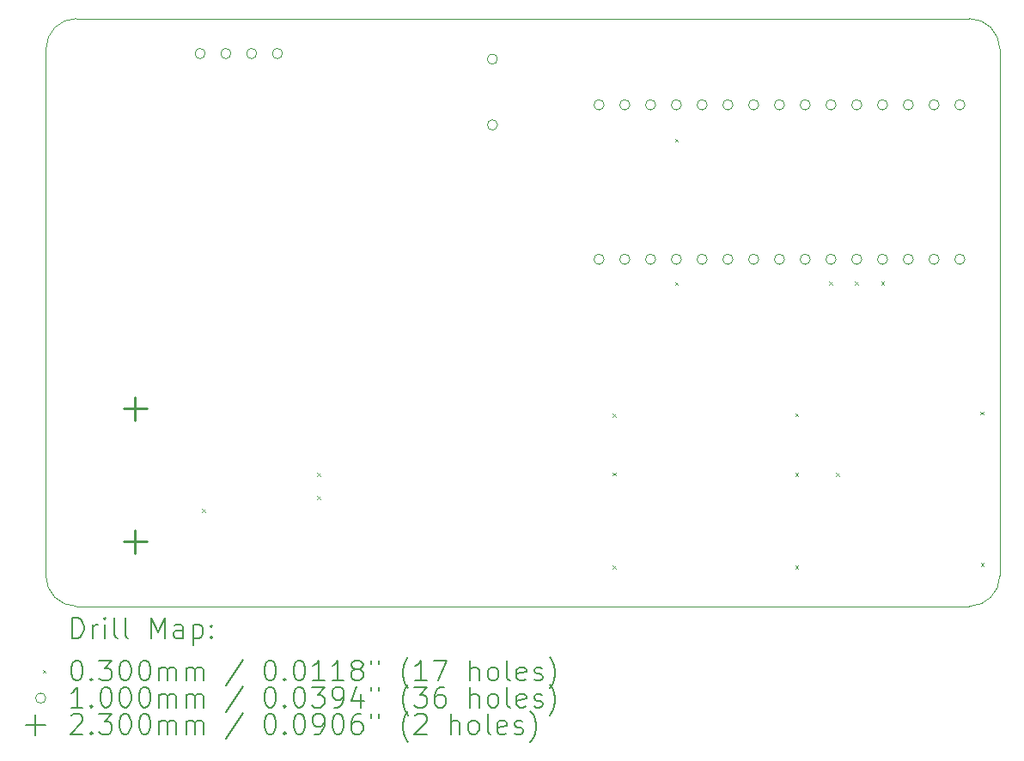
<source format=gbr>
%TF.GenerationSoftware,KiCad,Pcbnew,9.0.3*%
%TF.CreationDate,2025-11-18T14:16:47+09:00*%
%TF.ProjectId,SpeedJeck,53706565-644a-4656-936b-2e6b69636164,1*%
%TF.SameCoordinates,Original*%
%TF.FileFunction,Drillmap*%
%TF.FilePolarity,Positive*%
%FSLAX45Y45*%
G04 Gerber Fmt 4.5, Leading zero omitted, Abs format (unit mm)*
G04 Created by KiCad (PCBNEW 9.0.3) date 2025-11-18 14:16:47*
%MOMM*%
%LPD*%
G01*
G04 APERTURE LIST*
%ADD10C,0.050000*%
%ADD11C,0.200000*%
%ADD12C,0.100000*%
%ADD13C,0.230000*%
G04 APERTURE END LIST*
D10*
X19900000Y-9500000D02*
G75*
G02*
X19600000Y-9800000I-300000J0D01*
G01*
X10500000Y-4300000D02*
X10500000Y-9500000D01*
X10800000Y-9800000D02*
G75*
G02*
X10500000Y-9500000I0J300000D01*
G01*
X19600000Y-4000000D02*
G75*
G02*
X19900000Y-4300000I0J-300000D01*
G01*
X19900000Y-4300000D02*
X19900000Y-9500000D01*
X10500000Y-4300000D02*
G75*
G02*
X10800000Y-4000000I300000J0D01*
G01*
X19600000Y-9800000D02*
X10800000Y-9800000D01*
X10800000Y-4000000D02*
X19600000Y-4000000D01*
D11*
D12*
X12040000Y-8840000D02*
X12070000Y-8870000D01*
X12070000Y-8840000D02*
X12040000Y-8870000D01*
X13175000Y-8485000D02*
X13205000Y-8515000D01*
X13205000Y-8485000D02*
X13175000Y-8515000D01*
X13175000Y-8715000D02*
X13205000Y-8745000D01*
X13205000Y-8715000D02*
X13175000Y-8745000D01*
X16085000Y-7900000D02*
X16115000Y-7930000D01*
X16115000Y-7900000D02*
X16085000Y-7930000D01*
X16085000Y-8480000D02*
X16115000Y-8510000D01*
X16115000Y-8480000D02*
X16085000Y-8510000D01*
X16085000Y-9400000D02*
X16115000Y-9430000D01*
X16115000Y-9400000D02*
X16085000Y-9430000D01*
X16698200Y-5185000D02*
X16728200Y-5215000D01*
X16728200Y-5185000D02*
X16698200Y-5215000D01*
X16698200Y-6600000D02*
X16728200Y-6630000D01*
X16728200Y-6600000D02*
X16698200Y-6630000D01*
X17885000Y-7895000D02*
X17915000Y-7925000D01*
X17915000Y-7895000D02*
X17885000Y-7925000D01*
X17885000Y-8485000D02*
X17915000Y-8515000D01*
X17915000Y-8485000D02*
X17885000Y-8515000D01*
X17885000Y-9400000D02*
X17915000Y-9430000D01*
X17915000Y-9400000D02*
X17885000Y-9430000D01*
X18220000Y-6595000D02*
X18250000Y-6625000D01*
X18250000Y-6595000D02*
X18220000Y-6625000D01*
X18285000Y-8485000D02*
X18315000Y-8515000D01*
X18315000Y-8485000D02*
X18285000Y-8515000D01*
X18475000Y-6595000D02*
X18505000Y-6625000D01*
X18505000Y-6595000D02*
X18475000Y-6625000D01*
X18730000Y-6595000D02*
X18760000Y-6625000D01*
X18760000Y-6595000D02*
X18730000Y-6625000D01*
X19710000Y-7880000D02*
X19740000Y-7910000D01*
X19740000Y-7880000D02*
X19710000Y-7910000D01*
X19715000Y-9375000D02*
X19745000Y-9405000D01*
X19745000Y-9375000D02*
X19715000Y-9405000D01*
X12069000Y-4345000D02*
G75*
G02*
X11969000Y-4345000I-50000J0D01*
G01*
X11969000Y-4345000D02*
G75*
G02*
X12069000Y-4345000I50000J0D01*
G01*
X12323000Y-4345000D02*
G75*
G02*
X12223000Y-4345000I-50000J0D01*
G01*
X12223000Y-4345000D02*
G75*
G02*
X12323000Y-4345000I50000J0D01*
G01*
X12577000Y-4345000D02*
G75*
G02*
X12477000Y-4345000I-50000J0D01*
G01*
X12477000Y-4345000D02*
G75*
G02*
X12577000Y-4345000I50000J0D01*
G01*
X12831000Y-4345000D02*
G75*
G02*
X12731000Y-4345000I-50000J0D01*
G01*
X12731000Y-4345000D02*
G75*
G02*
X12831000Y-4345000I50000J0D01*
G01*
X14950000Y-4400000D02*
G75*
G02*
X14850000Y-4400000I-50000J0D01*
G01*
X14850000Y-4400000D02*
G75*
G02*
X14950000Y-4400000I50000J0D01*
G01*
X14950000Y-5050000D02*
G75*
G02*
X14850000Y-5050000I-50000J0D01*
G01*
X14850000Y-5050000D02*
G75*
G02*
X14950000Y-5050000I50000J0D01*
G01*
X16001200Y-4851400D02*
G75*
G02*
X15901200Y-4851400I-50000J0D01*
G01*
X15901200Y-4851400D02*
G75*
G02*
X16001200Y-4851400I50000J0D01*
G01*
X16001200Y-6375400D02*
G75*
G02*
X15901200Y-6375400I-50000J0D01*
G01*
X15901200Y-6375400D02*
G75*
G02*
X16001200Y-6375400I50000J0D01*
G01*
X16255200Y-4851400D02*
G75*
G02*
X16155200Y-4851400I-50000J0D01*
G01*
X16155200Y-4851400D02*
G75*
G02*
X16255200Y-4851400I50000J0D01*
G01*
X16255200Y-6375400D02*
G75*
G02*
X16155200Y-6375400I-50000J0D01*
G01*
X16155200Y-6375400D02*
G75*
G02*
X16255200Y-6375400I50000J0D01*
G01*
X16509200Y-4851400D02*
G75*
G02*
X16409200Y-4851400I-50000J0D01*
G01*
X16409200Y-4851400D02*
G75*
G02*
X16509200Y-4851400I50000J0D01*
G01*
X16509200Y-6375400D02*
G75*
G02*
X16409200Y-6375400I-50000J0D01*
G01*
X16409200Y-6375400D02*
G75*
G02*
X16509200Y-6375400I50000J0D01*
G01*
X16763200Y-4851400D02*
G75*
G02*
X16663200Y-4851400I-50000J0D01*
G01*
X16663200Y-4851400D02*
G75*
G02*
X16763200Y-4851400I50000J0D01*
G01*
X16763200Y-6375400D02*
G75*
G02*
X16663200Y-6375400I-50000J0D01*
G01*
X16663200Y-6375400D02*
G75*
G02*
X16763200Y-6375400I50000J0D01*
G01*
X17017200Y-4851400D02*
G75*
G02*
X16917200Y-4851400I-50000J0D01*
G01*
X16917200Y-4851400D02*
G75*
G02*
X17017200Y-4851400I50000J0D01*
G01*
X17017200Y-6375400D02*
G75*
G02*
X16917200Y-6375400I-50000J0D01*
G01*
X16917200Y-6375400D02*
G75*
G02*
X17017200Y-6375400I50000J0D01*
G01*
X17271200Y-4851400D02*
G75*
G02*
X17171200Y-4851400I-50000J0D01*
G01*
X17171200Y-4851400D02*
G75*
G02*
X17271200Y-4851400I50000J0D01*
G01*
X17271200Y-6375400D02*
G75*
G02*
X17171200Y-6375400I-50000J0D01*
G01*
X17171200Y-6375400D02*
G75*
G02*
X17271200Y-6375400I50000J0D01*
G01*
X17525200Y-4851400D02*
G75*
G02*
X17425200Y-4851400I-50000J0D01*
G01*
X17425200Y-4851400D02*
G75*
G02*
X17525200Y-4851400I50000J0D01*
G01*
X17525200Y-6375400D02*
G75*
G02*
X17425200Y-6375400I-50000J0D01*
G01*
X17425200Y-6375400D02*
G75*
G02*
X17525200Y-6375400I50000J0D01*
G01*
X17779200Y-4851400D02*
G75*
G02*
X17679200Y-4851400I-50000J0D01*
G01*
X17679200Y-4851400D02*
G75*
G02*
X17779200Y-4851400I50000J0D01*
G01*
X17779200Y-6375400D02*
G75*
G02*
X17679200Y-6375400I-50000J0D01*
G01*
X17679200Y-6375400D02*
G75*
G02*
X17779200Y-6375400I50000J0D01*
G01*
X18033200Y-4851400D02*
G75*
G02*
X17933200Y-4851400I-50000J0D01*
G01*
X17933200Y-4851400D02*
G75*
G02*
X18033200Y-4851400I50000J0D01*
G01*
X18033200Y-6375400D02*
G75*
G02*
X17933200Y-6375400I-50000J0D01*
G01*
X17933200Y-6375400D02*
G75*
G02*
X18033200Y-6375400I50000J0D01*
G01*
X18287200Y-4851400D02*
G75*
G02*
X18187200Y-4851400I-50000J0D01*
G01*
X18187200Y-4851400D02*
G75*
G02*
X18287200Y-4851400I50000J0D01*
G01*
X18287200Y-6375400D02*
G75*
G02*
X18187200Y-6375400I-50000J0D01*
G01*
X18187200Y-6375400D02*
G75*
G02*
X18287200Y-6375400I50000J0D01*
G01*
X18541200Y-4851400D02*
G75*
G02*
X18441200Y-4851400I-50000J0D01*
G01*
X18441200Y-4851400D02*
G75*
G02*
X18541200Y-4851400I50000J0D01*
G01*
X18541200Y-6375400D02*
G75*
G02*
X18441200Y-6375400I-50000J0D01*
G01*
X18441200Y-6375400D02*
G75*
G02*
X18541200Y-6375400I50000J0D01*
G01*
X18795200Y-4851400D02*
G75*
G02*
X18695200Y-4851400I-50000J0D01*
G01*
X18695200Y-4851400D02*
G75*
G02*
X18795200Y-4851400I50000J0D01*
G01*
X18795200Y-6375400D02*
G75*
G02*
X18695200Y-6375400I-50000J0D01*
G01*
X18695200Y-6375400D02*
G75*
G02*
X18795200Y-6375400I50000J0D01*
G01*
X19049200Y-4851400D02*
G75*
G02*
X18949200Y-4851400I-50000J0D01*
G01*
X18949200Y-4851400D02*
G75*
G02*
X19049200Y-4851400I50000J0D01*
G01*
X19049200Y-6375400D02*
G75*
G02*
X18949200Y-6375400I-50000J0D01*
G01*
X18949200Y-6375400D02*
G75*
G02*
X19049200Y-6375400I50000J0D01*
G01*
X19303200Y-4851400D02*
G75*
G02*
X19203200Y-4851400I-50000J0D01*
G01*
X19203200Y-4851400D02*
G75*
G02*
X19303200Y-4851400I50000J0D01*
G01*
X19303200Y-6375400D02*
G75*
G02*
X19203200Y-6375400I-50000J0D01*
G01*
X19203200Y-6375400D02*
G75*
G02*
X19303200Y-6375400I50000J0D01*
G01*
X19557200Y-4851400D02*
G75*
G02*
X19457200Y-4851400I-50000J0D01*
G01*
X19457200Y-4851400D02*
G75*
G02*
X19557200Y-4851400I50000J0D01*
G01*
X19557200Y-6375400D02*
G75*
G02*
X19457200Y-6375400I-50000J0D01*
G01*
X19457200Y-6375400D02*
G75*
G02*
X19557200Y-6375400I50000J0D01*
G01*
D13*
X11379200Y-7733600D02*
X11379200Y-7963600D01*
X11264200Y-7848600D02*
X11494200Y-7848600D01*
X11379200Y-9047600D02*
X11379200Y-9277600D01*
X11264200Y-9162600D02*
X11494200Y-9162600D01*
D11*
X10758277Y-10113984D02*
X10758277Y-9913984D01*
X10758277Y-9913984D02*
X10805896Y-9913984D01*
X10805896Y-9913984D02*
X10834467Y-9923508D01*
X10834467Y-9923508D02*
X10853515Y-9942555D01*
X10853515Y-9942555D02*
X10863039Y-9961603D01*
X10863039Y-9961603D02*
X10872562Y-9999698D01*
X10872562Y-9999698D02*
X10872562Y-10028270D01*
X10872562Y-10028270D02*
X10863039Y-10066365D01*
X10863039Y-10066365D02*
X10853515Y-10085412D01*
X10853515Y-10085412D02*
X10834467Y-10104460D01*
X10834467Y-10104460D02*
X10805896Y-10113984D01*
X10805896Y-10113984D02*
X10758277Y-10113984D01*
X10958277Y-10113984D02*
X10958277Y-9980650D01*
X10958277Y-10018746D02*
X10967801Y-9999698D01*
X10967801Y-9999698D02*
X10977324Y-9990174D01*
X10977324Y-9990174D02*
X10996372Y-9980650D01*
X10996372Y-9980650D02*
X11015420Y-9980650D01*
X11082086Y-10113984D02*
X11082086Y-9980650D01*
X11082086Y-9913984D02*
X11072562Y-9923508D01*
X11072562Y-9923508D02*
X11082086Y-9933031D01*
X11082086Y-9933031D02*
X11091610Y-9923508D01*
X11091610Y-9923508D02*
X11082086Y-9913984D01*
X11082086Y-9913984D02*
X11082086Y-9933031D01*
X11205896Y-10113984D02*
X11186848Y-10104460D01*
X11186848Y-10104460D02*
X11177324Y-10085412D01*
X11177324Y-10085412D02*
X11177324Y-9913984D01*
X11310658Y-10113984D02*
X11291610Y-10104460D01*
X11291610Y-10104460D02*
X11282086Y-10085412D01*
X11282086Y-10085412D02*
X11282086Y-9913984D01*
X11539229Y-10113984D02*
X11539229Y-9913984D01*
X11539229Y-9913984D02*
X11605896Y-10056841D01*
X11605896Y-10056841D02*
X11672562Y-9913984D01*
X11672562Y-9913984D02*
X11672562Y-10113984D01*
X11853515Y-10113984D02*
X11853515Y-10009222D01*
X11853515Y-10009222D02*
X11843991Y-9990174D01*
X11843991Y-9990174D02*
X11824943Y-9980650D01*
X11824943Y-9980650D02*
X11786848Y-9980650D01*
X11786848Y-9980650D02*
X11767800Y-9990174D01*
X11853515Y-10104460D02*
X11834467Y-10113984D01*
X11834467Y-10113984D02*
X11786848Y-10113984D01*
X11786848Y-10113984D02*
X11767800Y-10104460D01*
X11767800Y-10104460D02*
X11758277Y-10085412D01*
X11758277Y-10085412D02*
X11758277Y-10066365D01*
X11758277Y-10066365D02*
X11767800Y-10047317D01*
X11767800Y-10047317D02*
X11786848Y-10037793D01*
X11786848Y-10037793D02*
X11834467Y-10037793D01*
X11834467Y-10037793D02*
X11853515Y-10028270D01*
X11948753Y-9980650D02*
X11948753Y-10180650D01*
X11948753Y-9990174D02*
X11967800Y-9980650D01*
X11967800Y-9980650D02*
X12005896Y-9980650D01*
X12005896Y-9980650D02*
X12024943Y-9990174D01*
X12024943Y-9990174D02*
X12034467Y-9999698D01*
X12034467Y-9999698D02*
X12043991Y-10018746D01*
X12043991Y-10018746D02*
X12043991Y-10075889D01*
X12043991Y-10075889D02*
X12034467Y-10094936D01*
X12034467Y-10094936D02*
X12024943Y-10104460D01*
X12024943Y-10104460D02*
X12005896Y-10113984D01*
X12005896Y-10113984D02*
X11967800Y-10113984D01*
X11967800Y-10113984D02*
X11948753Y-10104460D01*
X12129705Y-10094936D02*
X12139229Y-10104460D01*
X12139229Y-10104460D02*
X12129705Y-10113984D01*
X12129705Y-10113984D02*
X12120181Y-10104460D01*
X12120181Y-10104460D02*
X12129705Y-10094936D01*
X12129705Y-10094936D02*
X12129705Y-10113984D01*
X12129705Y-9990174D02*
X12139229Y-9999698D01*
X12139229Y-9999698D02*
X12129705Y-10009222D01*
X12129705Y-10009222D02*
X12120181Y-9999698D01*
X12120181Y-9999698D02*
X12129705Y-9990174D01*
X12129705Y-9990174D02*
X12129705Y-10009222D01*
D12*
X10467500Y-10427500D02*
X10497500Y-10457500D01*
X10497500Y-10427500D02*
X10467500Y-10457500D01*
D11*
X10796372Y-10333984D02*
X10815420Y-10333984D01*
X10815420Y-10333984D02*
X10834467Y-10343508D01*
X10834467Y-10343508D02*
X10843991Y-10353031D01*
X10843991Y-10353031D02*
X10853515Y-10372079D01*
X10853515Y-10372079D02*
X10863039Y-10410174D01*
X10863039Y-10410174D02*
X10863039Y-10457793D01*
X10863039Y-10457793D02*
X10853515Y-10495889D01*
X10853515Y-10495889D02*
X10843991Y-10514936D01*
X10843991Y-10514936D02*
X10834467Y-10524460D01*
X10834467Y-10524460D02*
X10815420Y-10533984D01*
X10815420Y-10533984D02*
X10796372Y-10533984D01*
X10796372Y-10533984D02*
X10777324Y-10524460D01*
X10777324Y-10524460D02*
X10767801Y-10514936D01*
X10767801Y-10514936D02*
X10758277Y-10495889D01*
X10758277Y-10495889D02*
X10748753Y-10457793D01*
X10748753Y-10457793D02*
X10748753Y-10410174D01*
X10748753Y-10410174D02*
X10758277Y-10372079D01*
X10758277Y-10372079D02*
X10767801Y-10353031D01*
X10767801Y-10353031D02*
X10777324Y-10343508D01*
X10777324Y-10343508D02*
X10796372Y-10333984D01*
X10948753Y-10514936D02*
X10958277Y-10524460D01*
X10958277Y-10524460D02*
X10948753Y-10533984D01*
X10948753Y-10533984D02*
X10939229Y-10524460D01*
X10939229Y-10524460D02*
X10948753Y-10514936D01*
X10948753Y-10514936D02*
X10948753Y-10533984D01*
X11024943Y-10333984D02*
X11148753Y-10333984D01*
X11148753Y-10333984D02*
X11082086Y-10410174D01*
X11082086Y-10410174D02*
X11110658Y-10410174D01*
X11110658Y-10410174D02*
X11129705Y-10419698D01*
X11129705Y-10419698D02*
X11139229Y-10429222D01*
X11139229Y-10429222D02*
X11148753Y-10448270D01*
X11148753Y-10448270D02*
X11148753Y-10495889D01*
X11148753Y-10495889D02*
X11139229Y-10514936D01*
X11139229Y-10514936D02*
X11129705Y-10524460D01*
X11129705Y-10524460D02*
X11110658Y-10533984D01*
X11110658Y-10533984D02*
X11053515Y-10533984D01*
X11053515Y-10533984D02*
X11034467Y-10524460D01*
X11034467Y-10524460D02*
X11024943Y-10514936D01*
X11272562Y-10333984D02*
X11291610Y-10333984D01*
X11291610Y-10333984D02*
X11310658Y-10343508D01*
X11310658Y-10343508D02*
X11320181Y-10353031D01*
X11320181Y-10353031D02*
X11329705Y-10372079D01*
X11329705Y-10372079D02*
X11339229Y-10410174D01*
X11339229Y-10410174D02*
X11339229Y-10457793D01*
X11339229Y-10457793D02*
X11329705Y-10495889D01*
X11329705Y-10495889D02*
X11320181Y-10514936D01*
X11320181Y-10514936D02*
X11310658Y-10524460D01*
X11310658Y-10524460D02*
X11291610Y-10533984D01*
X11291610Y-10533984D02*
X11272562Y-10533984D01*
X11272562Y-10533984D02*
X11253515Y-10524460D01*
X11253515Y-10524460D02*
X11243991Y-10514936D01*
X11243991Y-10514936D02*
X11234467Y-10495889D01*
X11234467Y-10495889D02*
X11224943Y-10457793D01*
X11224943Y-10457793D02*
X11224943Y-10410174D01*
X11224943Y-10410174D02*
X11234467Y-10372079D01*
X11234467Y-10372079D02*
X11243991Y-10353031D01*
X11243991Y-10353031D02*
X11253515Y-10343508D01*
X11253515Y-10343508D02*
X11272562Y-10333984D01*
X11463039Y-10333984D02*
X11482086Y-10333984D01*
X11482086Y-10333984D02*
X11501134Y-10343508D01*
X11501134Y-10343508D02*
X11510658Y-10353031D01*
X11510658Y-10353031D02*
X11520181Y-10372079D01*
X11520181Y-10372079D02*
X11529705Y-10410174D01*
X11529705Y-10410174D02*
X11529705Y-10457793D01*
X11529705Y-10457793D02*
X11520181Y-10495889D01*
X11520181Y-10495889D02*
X11510658Y-10514936D01*
X11510658Y-10514936D02*
X11501134Y-10524460D01*
X11501134Y-10524460D02*
X11482086Y-10533984D01*
X11482086Y-10533984D02*
X11463039Y-10533984D01*
X11463039Y-10533984D02*
X11443991Y-10524460D01*
X11443991Y-10524460D02*
X11434467Y-10514936D01*
X11434467Y-10514936D02*
X11424943Y-10495889D01*
X11424943Y-10495889D02*
X11415420Y-10457793D01*
X11415420Y-10457793D02*
X11415420Y-10410174D01*
X11415420Y-10410174D02*
X11424943Y-10372079D01*
X11424943Y-10372079D02*
X11434467Y-10353031D01*
X11434467Y-10353031D02*
X11443991Y-10343508D01*
X11443991Y-10343508D02*
X11463039Y-10333984D01*
X11615420Y-10533984D02*
X11615420Y-10400650D01*
X11615420Y-10419698D02*
X11624943Y-10410174D01*
X11624943Y-10410174D02*
X11643991Y-10400650D01*
X11643991Y-10400650D02*
X11672562Y-10400650D01*
X11672562Y-10400650D02*
X11691610Y-10410174D01*
X11691610Y-10410174D02*
X11701134Y-10429222D01*
X11701134Y-10429222D02*
X11701134Y-10533984D01*
X11701134Y-10429222D02*
X11710658Y-10410174D01*
X11710658Y-10410174D02*
X11729705Y-10400650D01*
X11729705Y-10400650D02*
X11758277Y-10400650D01*
X11758277Y-10400650D02*
X11777324Y-10410174D01*
X11777324Y-10410174D02*
X11786848Y-10429222D01*
X11786848Y-10429222D02*
X11786848Y-10533984D01*
X11882086Y-10533984D02*
X11882086Y-10400650D01*
X11882086Y-10419698D02*
X11891610Y-10410174D01*
X11891610Y-10410174D02*
X11910658Y-10400650D01*
X11910658Y-10400650D02*
X11939229Y-10400650D01*
X11939229Y-10400650D02*
X11958277Y-10410174D01*
X11958277Y-10410174D02*
X11967801Y-10429222D01*
X11967801Y-10429222D02*
X11967801Y-10533984D01*
X11967801Y-10429222D02*
X11977324Y-10410174D01*
X11977324Y-10410174D02*
X11996372Y-10400650D01*
X11996372Y-10400650D02*
X12024943Y-10400650D01*
X12024943Y-10400650D02*
X12043991Y-10410174D01*
X12043991Y-10410174D02*
X12053515Y-10429222D01*
X12053515Y-10429222D02*
X12053515Y-10533984D01*
X12443991Y-10324460D02*
X12272563Y-10581603D01*
X12701134Y-10333984D02*
X12720182Y-10333984D01*
X12720182Y-10333984D02*
X12739229Y-10343508D01*
X12739229Y-10343508D02*
X12748753Y-10353031D01*
X12748753Y-10353031D02*
X12758277Y-10372079D01*
X12758277Y-10372079D02*
X12767801Y-10410174D01*
X12767801Y-10410174D02*
X12767801Y-10457793D01*
X12767801Y-10457793D02*
X12758277Y-10495889D01*
X12758277Y-10495889D02*
X12748753Y-10514936D01*
X12748753Y-10514936D02*
X12739229Y-10524460D01*
X12739229Y-10524460D02*
X12720182Y-10533984D01*
X12720182Y-10533984D02*
X12701134Y-10533984D01*
X12701134Y-10533984D02*
X12682086Y-10524460D01*
X12682086Y-10524460D02*
X12672563Y-10514936D01*
X12672563Y-10514936D02*
X12663039Y-10495889D01*
X12663039Y-10495889D02*
X12653515Y-10457793D01*
X12653515Y-10457793D02*
X12653515Y-10410174D01*
X12653515Y-10410174D02*
X12663039Y-10372079D01*
X12663039Y-10372079D02*
X12672563Y-10353031D01*
X12672563Y-10353031D02*
X12682086Y-10343508D01*
X12682086Y-10343508D02*
X12701134Y-10333984D01*
X12853515Y-10514936D02*
X12863039Y-10524460D01*
X12863039Y-10524460D02*
X12853515Y-10533984D01*
X12853515Y-10533984D02*
X12843991Y-10524460D01*
X12843991Y-10524460D02*
X12853515Y-10514936D01*
X12853515Y-10514936D02*
X12853515Y-10533984D01*
X12986848Y-10333984D02*
X13005896Y-10333984D01*
X13005896Y-10333984D02*
X13024944Y-10343508D01*
X13024944Y-10343508D02*
X13034467Y-10353031D01*
X13034467Y-10353031D02*
X13043991Y-10372079D01*
X13043991Y-10372079D02*
X13053515Y-10410174D01*
X13053515Y-10410174D02*
X13053515Y-10457793D01*
X13053515Y-10457793D02*
X13043991Y-10495889D01*
X13043991Y-10495889D02*
X13034467Y-10514936D01*
X13034467Y-10514936D02*
X13024944Y-10524460D01*
X13024944Y-10524460D02*
X13005896Y-10533984D01*
X13005896Y-10533984D02*
X12986848Y-10533984D01*
X12986848Y-10533984D02*
X12967801Y-10524460D01*
X12967801Y-10524460D02*
X12958277Y-10514936D01*
X12958277Y-10514936D02*
X12948753Y-10495889D01*
X12948753Y-10495889D02*
X12939229Y-10457793D01*
X12939229Y-10457793D02*
X12939229Y-10410174D01*
X12939229Y-10410174D02*
X12948753Y-10372079D01*
X12948753Y-10372079D02*
X12958277Y-10353031D01*
X12958277Y-10353031D02*
X12967801Y-10343508D01*
X12967801Y-10343508D02*
X12986848Y-10333984D01*
X13243991Y-10533984D02*
X13129705Y-10533984D01*
X13186848Y-10533984D02*
X13186848Y-10333984D01*
X13186848Y-10333984D02*
X13167801Y-10362555D01*
X13167801Y-10362555D02*
X13148753Y-10381603D01*
X13148753Y-10381603D02*
X13129705Y-10391127D01*
X13434467Y-10533984D02*
X13320182Y-10533984D01*
X13377324Y-10533984D02*
X13377324Y-10333984D01*
X13377324Y-10333984D02*
X13358277Y-10362555D01*
X13358277Y-10362555D02*
X13339229Y-10381603D01*
X13339229Y-10381603D02*
X13320182Y-10391127D01*
X13548753Y-10419698D02*
X13529705Y-10410174D01*
X13529705Y-10410174D02*
X13520182Y-10400650D01*
X13520182Y-10400650D02*
X13510658Y-10381603D01*
X13510658Y-10381603D02*
X13510658Y-10372079D01*
X13510658Y-10372079D02*
X13520182Y-10353031D01*
X13520182Y-10353031D02*
X13529705Y-10343508D01*
X13529705Y-10343508D02*
X13548753Y-10333984D01*
X13548753Y-10333984D02*
X13586848Y-10333984D01*
X13586848Y-10333984D02*
X13605896Y-10343508D01*
X13605896Y-10343508D02*
X13615420Y-10353031D01*
X13615420Y-10353031D02*
X13624944Y-10372079D01*
X13624944Y-10372079D02*
X13624944Y-10381603D01*
X13624944Y-10381603D02*
X13615420Y-10400650D01*
X13615420Y-10400650D02*
X13605896Y-10410174D01*
X13605896Y-10410174D02*
X13586848Y-10419698D01*
X13586848Y-10419698D02*
X13548753Y-10419698D01*
X13548753Y-10419698D02*
X13529705Y-10429222D01*
X13529705Y-10429222D02*
X13520182Y-10438746D01*
X13520182Y-10438746D02*
X13510658Y-10457793D01*
X13510658Y-10457793D02*
X13510658Y-10495889D01*
X13510658Y-10495889D02*
X13520182Y-10514936D01*
X13520182Y-10514936D02*
X13529705Y-10524460D01*
X13529705Y-10524460D02*
X13548753Y-10533984D01*
X13548753Y-10533984D02*
X13586848Y-10533984D01*
X13586848Y-10533984D02*
X13605896Y-10524460D01*
X13605896Y-10524460D02*
X13615420Y-10514936D01*
X13615420Y-10514936D02*
X13624944Y-10495889D01*
X13624944Y-10495889D02*
X13624944Y-10457793D01*
X13624944Y-10457793D02*
X13615420Y-10438746D01*
X13615420Y-10438746D02*
X13605896Y-10429222D01*
X13605896Y-10429222D02*
X13586848Y-10419698D01*
X13701134Y-10333984D02*
X13701134Y-10372079D01*
X13777325Y-10333984D02*
X13777325Y-10372079D01*
X14072563Y-10610174D02*
X14063039Y-10600650D01*
X14063039Y-10600650D02*
X14043991Y-10572079D01*
X14043991Y-10572079D02*
X14034467Y-10553031D01*
X14034467Y-10553031D02*
X14024944Y-10524460D01*
X14024944Y-10524460D02*
X14015420Y-10476841D01*
X14015420Y-10476841D02*
X14015420Y-10438746D01*
X14015420Y-10438746D02*
X14024944Y-10391127D01*
X14024944Y-10391127D02*
X14034467Y-10362555D01*
X14034467Y-10362555D02*
X14043991Y-10343508D01*
X14043991Y-10343508D02*
X14063039Y-10314936D01*
X14063039Y-10314936D02*
X14072563Y-10305412D01*
X14253515Y-10533984D02*
X14139229Y-10533984D01*
X14196372Y-10533984D02*
X14196372Y-10333984D01*
X14196372Y-10333984D02*
X14177325Y-10362555D01*
X14177325Y-10362555D02*
X14158277Y-10381603D01*
X14158277Y-10381603D02*
X14139229Y-10391127D01*
X14320182Y-10333984D02*
X14453515Y-10333984D01*
X14453515Y-10333984D02*
X14367801Y-10533984D01*
X14682087Y-10533984D02*
X14682087Y-10333984D01*
X14767801Y-10533984D02*
X14767801Y-10429222D01*
X14767801Y-10429222D02*
X14758277Y-10410174D01*
X14758277Y-10410174D02*
X14739229Y-10400650D01*
X14739229Y-10400650D02*
X14710658Y-10400650D01*
X14710658Y-10400650D02*
X14691610Y-10410174D01*
X14691610Y-10410174D02*
X14682087Y-10419698D01*
X14891610Y-10533984D02*
X14872563Y-10524460D01*
X14872563Y-10524460D02*
X14863039Y-10514936D01*
X14863039Y-10514936D02*
X14853515Y-10495889D01*
X14853515Y-10495889D02*
X14853515Y-10438746D01*
X14853515Y-10438746D02*
X14863039Y-10419698D01*
X14863039Y-10419698D02*
X14872563Y-10410174D01*
X14872563Y-10410174D02*
X14891610Y-10400650D01*
X14891610Y-10400650D02*
X14920182Y-10400650D01*
X14920182Y-10400650D02*
X14939229Y-10410174D01*
X14939229Y-10410174D02*
X14948753Y-10419698D01*
X14948753Y-10419698D02*
X14958277Y-10438746D01*
X14958277Y-10438746D02*
X14958277Y-10495889D01*
X14958277Y-10495889D02*
X14948753Y-10514936D01*
X14948753Y-10514936D02*
X14939229Y-10524460D01*
X14939229Y-10524460D02*
X14920182Y-10533984D01*
X14920182Y-10533984D02*
X14891610Y-10533984D01*
X15072563Y-10533984D02*
X15053515Y-10524460D01*
X15053515Y-10524460D02*
X15043991Y-10505412D01*
X15043991Y-10505412D02*
X15043991Y-10333984D01*
X15224944Y-10524460D02*
X15205896Y-10533984D01*
X15205896Y-10533984D02*
X15167801Y-10533984D01*
X15167801Y-10533984D02*
X15148753Y-10524460D01*
X15148753Y-10524460D02*
X15139229Y-10505412D01*
X15139229Y-10505412D02*
X15139229Y-10429222D01*
X15139229Y-10429222D02*
X15148753Y-10410174D01*
X15148753Y-10410174D02*
X15167801Y-10400650D01*
X15167801Y-10400650D02*
X15205896Y-10400650D01*
X15205896Y-10400650D02*
X15224944Y-10410174D01*
X15224944Y-10410174D02*
X15234468Y-10429222D01*
X15234468Y-10429222D02*
X15234468Y-10448270D01*
X15234468Y-10448270D02*
X15139229Y-10467317D01*
X15310658Y-10524460D02*
X15329706Y-10533984D01*
X15329706Y-10533984D02*
X15367801Y-10533984D01*
X15367801Y-10533984D02*
X15386849Y-10524460D01*
X15386849Y-10524460D02*
X15396372Y-10505412D01*
X15396372Y-10505412D02*
X15396372Y-10495889D01*
X15396372Y-10495889D02*
X15386849Y-10476841D01*
X15386849Y-10476841D02*
X15367801Y-10467317D01*
X15367801Y-10467317D02*
X15339229Y-10467317D01*
X15339229Y-10467317D02*
X15320182Y-10457793D01*
X15320182Y-10457793D02*
X15310658Y-10438746D01*
X15310658Y-10438746D02*
X15310658Y-10429222D01*
X15310658Y-10429222D02*
X15320182Y-10410174D01*
X15320182Y-10410174D02*
X15339229Y-10400650D01*
X15339229Y-10400650D02*
X15367801Y-10400650D01*
X15367801Y-10400650D02*
X15386849Y-10410174D01*
X15463039Y-10610174D02*
X15472563Y-10600650D01*
X15472563Y-10600650D02*
X15491610Y-10572079D01*
X15491610Y-10572079D02*
X15501134Y-10553031D01*
X15501134Y-10553031D02*
X15510658Y-10524460D01*
X15510658Y-10524460D02*
X15520182Y-10476841D01*
X15520182Y-10476841D02*
X15520182Y-10438746D01*
X15520182Y-10438746D02*
X15510658Y-10391127D01*
X15510658Y-10391127D02*
X15501134Y-10362555D01*
X15501134Y-10362555D02*
X15491610Y-10343508D01*
X15491610Y-10343508D02*
X15472563Y-10314936D01*
X15472563Y-10314936D02*
X15463039Y-10305412D01*
D12*
X10497500Y-10706500D02*
G75*
G02*
X10397500Y-10706500I-50000J0D01*
G01*
X10397500Y-10706500D02*
G75*
G02*
X10497500Y-10706500I50000J0D01*
G01*
D11*
X10863039Y-10797984D02*
X10748753Y-10797984D01*
X10805896Y-10797984D02*
X10805896Y-10597984D01*
X10805896Y-10597984D02*
X10786848Y-10626555D01*
X10786848Y-10626555D02*
X10767801Y-10645603D01*
X10767801Y-10645603D02*
X10748753Y-10655127D01*
X10948753Y-10778936D02*
X10958277Y-10788460D01*
X10958277Y-10788460D02*
X10948753Y-10797984D01*
X10948753Y-10797984D02*
X10939229Y-10788460D01*
X10939229Y-10788460D02*
X10948753Y-10778936D01*
X10948753Y-10778936D02*
X10948753Y-10797984D01*
X11082086Y-10597984D02*
X11101134Y-10597984D01*
X11101134Y-10597984D02*
X11120182Y-10607508D01*
X11120182Y-10607508D02*
X11129705Y-10617031D01*
X11129705Y-10617031D02*
X11139229Y-10636079D01*
X11139229Y-10636079D02*
X11148753Y-10674174D01*
X11148753Y-10674174D02*
X11148753Y-10721793D01*
X11148753Y-10721793D02*
X11139229Y-10759889D01*
X11139229Y-10759889D02*
X11129705Y-10778936D01*
X11129705Y-10778936D02*
X11120182Y-10788460D01*
X11120182Y-10788460D02*
X11101134Y-10797984D01*
X11101134Y-10797984D02*
X11082086Y-10797984D01*
X11082086Y-10797984D02*
X11063039Y-10788460D01*
X11063039Y-10788460D02*
X11053515Y-10778936D01*
X11053515Y-10778936D02*
X11043991Y-10759889D01*
X11043991Y-10759889D02*
X11034467Y-10721793D01*
X11034467Y-10721793D02*
X11034467Y-10674174D01*
X11034467Y-10674174D02*
X11043991Y-10636079D01*
X11043991Y-10636079D02*
X11053515Y-10617031D01*
X11053515Y-10617031D02*
X11063039Y-10607508D01*
X11063039Y-10607508D02*
X11082086Y-10597984D01*
X11272562Y-10597984D02*
X11291610Y-10597984D01*
X11291610Y-10597984D02*
X11310658Y-10607508D01*
X11310658Y-10607508D02*
X11320181Y-10617031D01*
X11320181Y-10617031D02*
X11329705Y-10636079D01*
X11329705Y-10636079D02*
X11339229Y-10674174D01*
X11339229Y-10674174D02*
X11339229Y-10721793D01*
X11339229Y-10721793D02*
X11329705Y-10759889D01*
X11329705Y-10759889D02*
X11320181Y-10778936D01*
X11320181Y-10778936D02*
X11310658Y-10788460D01*
X11310658Y-10788460D02*
X11291610Y-10797984D01*
X11291610Y-10797984D02*
X11272562Y-10797984D01*
X11272562Y-10797984D02*
X11253515Y-10788460D01*
X11253515Y-10788460D02*
X11243991Y-10778936D01*
X11243991Y-10778936D02*
X11234467Y-10759889D01*
X11234467Y-10759889D02*
X11224943Y-10721793D01*
X11224943Y-10721793D02*
X11224943Y-10674174D01*
X11224943Y-10674174D02*
X11234467Y-10636079D01*
X11234467Y-10636079D02*
X11243991Y-10617031D01*
X11243991Y-10617031D02*
X11253515Y-10607508D01*
X11253515Y-10607508D02*
X11272562Y-10597984D01*
X11463039Y-10597984D02*
X11482086Y-10597984D01*
X11482086Y-10597984D02*
X11501134Y-10607508D01*
X11501134Y-10607508D02*
X11510658Y-10617031D01*
X11510658Y-10617031D02*
X11520181Y-10636079D01*
X11520181Y-10636079D02*
X11529705Y-10674174D01*
X11529705Y-10674174D02*
X11529705Y-10721793D01*
X11529705Y-10721793D02*
X11520181Y-10759889D01*
X11520181Y-10759889D02*
X11510658Y-10778936D01*
X11510658Y-10778936D02*
X11501134Y-10788460D01*
X11501134Y-10788460D02*
X11482086Y-10797984D01*
X11482086Y-10797984D02*
X11463039Y-10797984D01*
X11463039Y-10797984D02*
X11443991Y-10788460D01*
X11443991Y-10788460D02*
X11434467Y-10778936D01*
X11434467Y-10778936D02*
X11424943Y-10759889D01*
X11424943Y-10759889D02*
X11415420Y-10721793D01*
X11415420Y-10721793D02*
X11415420Y-10674174D01*
X11415420Y-10674174D02*
X11424943Y-10636079D01*
X11424943Y-10636079D02*
X11434467Y-10617031D01*
X11434467Y-10617031D02*
X11443991Y-10607508D01*
X11443991Y-10607508D02*
X11463039Y-10597984D01*
X11615420Y-10797984D02*
X11615420Y-10664650D01*
X11615420Y-10683698D02*
X11624943Y-10674174D01*
X11624943Y-10674174D02*
X11643991Y-10664650D01*
X11643991Y-10664650D02*
X11672562Y-10664650D01*
X11672562Y-10664650D02*
X11691610Y-10674174D01*
X11691610Y-10674174D02*
X11701134Y-10693222D01*
X11701134Y-10693222D02*
X11701134Y-10797984D01*
X11701134Y-10693222D02*
X11710658Y-10674174D01*
X11710658Y-10674174D02*
X11729705Y-10664650D01*
X11729705Y-10664650D02*
X11758277Y-10664650D01*
X11758277Y-10664650D02*
X11777324Y-10674174D01*
X11777324Y-10674174D02*
X11786848Y-10693222D01*
X11786848Y-10693222D02*
X11786848Y-10797984D01*
X11882086Y-10797984D02*
X11882086Y-10664650D01*
X11882086Y-10683698D02*
X11891610Y-10674174D01*
X11891610Y-10674174D02*
X11910658Y-10664650D01*
X11910658Y-10664650D02*
X11939229Y-10664650D01*
X11939229Y-10664650D02*
X11958277Y-10674174D01*
X11958277Y-10674174D02*
X11967801Y-10693222D01*
X11967801Y-10693222D02*
X11967801Y-10797984D01*
X11967801Y-10693222D02*
X11977324Y-10674174D01*
X11977324Y-10674174D02*
X11996372Y-10664650D01*
X11996372Y-10664650D02*
X12024943Y-10664650D01*
X12024943Y-10664650D02*
X12043991Y-10674174D01*
X12043991Y-10674174D02*
X12053515Y-10693222D01*
X12053515Y-10693222D02*
X12053515Y-10797984D01*
X12443991Y-10588460D02*
X12272563Y-10845603D01*
X12701134Y-10597984D02*
X12720182Y-10597984D01*
X12720182Y-10597984D02*
X12739229Y-10607508D01*
X12739229Y-10607508D02*
X12748753Y-10617031D01*
X12748753Y-10617031D02*
X12758277Y-10636079D01*
X12758277Y-10636079D02*
X12767801Y-10674174D01*
X12767801Y-10674174D02*
X12767801Y-10721793D01*
X12767801Y-10721793D02*
X12758277Y-10759889D01*
X12758277Y-10759889D02*
X12748753Y-10778936D01*
X12748753Y-10778936D02*
X12739229Y-10788460D01*
X12739229Y-10788460D02*
X12720182Y-10797984D01*
X12720182Y-10797984D02*
X12701134Y-10797984D01*
X12701134Y-10797984D02*
X12682086Y-10788460D01*
X12682086Y-10788460D02*
X12672563Y-10778936D01*
X12672563Y-10778936D02*
X12663039Y-10759889D01*
X12663039Y-10759889D02*
X12653515Y-10721793D01*
X12653515Y-10721793D02*
X12653515Y-10674174D01*
X12653515Y-10674174D02*
X12663039Y-10636079D01*
X12663039Y-10636079D02*
X12672563Y-10617031D01*
X12672563Y-10617031D02*
X12682086Y-10607508D01*
X12682086Y-10607508D02*
X12701134Y-10597984D01*
X12853515Y-10778936D02*
X12863039Y-10788460D01*
X12863039Y-10788460D02*
X12853515Y-10797984D01*
X12853515Y-10797984D02*
X12843991Y-10788460D01*
X12843991Y-10788460D02*
X12853515Y-10778936D01*
X12853515Y-10778936D02*
X12853515Y-10797984D01*
X12986848Y-10597984D02*
X13005896Y-10597984D01*
X13005896Y-10597984D02*
X13024944Y-10607508D01*
X13024944Y-10607508D02*
X13034467Y-10617031D01*
X13034467Y-10617031D02*
X13043991Y-10636079D01*
X13043991Y-10636079D02*
X13053515Y-10674174D01*
X13053515Y-10674174D02*
X13053515Y-10721793D01*
X13053515Y-10721793D02*
X13043991Y-10759889D01*
X13043991Y-10759889D02*
X13034467Y-10778936D01*
X13034467Y-10778936D02*
X13024944Y-10788460D01*
X13024944Y-10788460D02*
X13005896Y-10797984D01*
X13005896Y-10797984D02*
X12986848Y-10797984D01*
X12986848Y-10797984D02*
X12967801Y-10788460D01*
X12967801Y-10788460D02*
X12958277Y-10778936D01*
X12958277Y-10778936D02*
X12948753Y-10759889D01*
X12948753Y-10759889D02*
X12939229Y-10721793D01*
X12939229Y-10721793D02*
X12939229Y-10674174D01*
X12939229Y-10674174D02*
X12948753Y-10636079D01*
X12948753Y-10636079D02*
X12958277Y-10617031D01*
X12958277Y-10617031D02*
X12967801Y-10607508D01*
X12967801Y-10607508D02*
X12986848Y-10597984D01*
X13120182Y-10597984D02*
X13243991Y-10597984D01*
X13243991Y-10597984D02*
X13177324Y-10674174D01*
X13177324Y-10674174D02*
X13205896Y-10674174D01*
X13205896Y-10674174D02*
X13224944Y-10683698D01*
X13224944Y-10683698D02*
X13234467Y-10693222D01*
X13234467Y-10693222D02*
X13243991Y-10712270D01*
X13243991Y-10712270D02*
X13243991Y-10759889D01*
X13243991Y-10759889D02*
X13234467Y-10778936D01*
X13234467Y-10778936D02*
X13224944Y-10788460D01*
X13224944Y-10788460D02*
X13205896Y-10797984D01*
X13205896Y-10797984D02*
X13148753Y-10797984D01*
X13148753Y-10797984D02*
X13129705Y-10788460D01*
X13129705Y-10788460D02*
X13120182Y-10778936D01*
X13339229Y-10797984D02*
X13377324Y-10797984D01*
X13377324Y-10797984D02*
X13396372Y-10788460D01*
X13396372Y-10788460D02*
X13405896Y-10778936D01*
X13405896Y-10778936D02*
X13424944Y-10750365D01*
X13424944Y-10750365D02*
X13434467Y-10712270D01*
X13434467Y-10712270D02*
X13434467Y-10636079D01*
X13434467Y-10636079D02*
X13424944Y-10617031D01*
X13424944Y-10617031D02*
X13415420Y-10607508D01*
X13415420Y-10607508D02*
X13396372Y-10597984D01*
X13396372Y-10597984D02*
X13358277Y-10597984D01*
X13358277Y-10597984D02*
X13339229Y-10607508D01*
X13339229Y-10607508D02*
X13329705Y-10617031D01*
X13329705Y-10617031D02*
X13320182Y-10636079D01*
X13320182Y-10636079D02*
X13320182Y-10683698D01*
X13320182Y-10683698D02*
X13329705Y-10702746D01*
X13329705Y-10702746D02*
X13339229Y-10712270D01*
X13339229Y-10712270D02*
X13358277Y-10721793D01*
X13358277Y-10721793D02*
X13396372Y-10721793D01*
X13396372Y-10721793D02*
X13415420Y-10712270D01*
X13415420Y-10712270D02*
X13424944Y-10702746D01*
X13424944Y-10702746D02*
X13434467Y-10683698D01*
X13605896Y-10664650D02*
X13605896Y-10797984D01*
X13558277Y-10588460D02*
X13510658Y-10731317D01*
X13510658Y-10731317D02*
X13634467Y-10731317D01*
X13701134Y-10597984D02*
X13701134Y-10636079D01*
X13777325Y-10597984D02*
X13777325Y-10636079D01*
X14072563Y-10874174D02*
X14063039Y-10864650D01*
X14063039Y-10864650D02*
X14043991Y-10836079D01*
X14043991Y-10836079D02*
X14034467Y-10817031D01*
X14034467Y-10817031D02*
X14024944Y-10788460D01*
X14024944Y-10788460D02*
X14015420Y-10740841D01*
X14015420Y-10740841D02*
X14015420Y-10702746D01*
X14015420Y-10702746D02*
X14024944Y-10655127D01*
X14024944Y-10655127D02*
X14034467Y-10626555D01*
X14034467Y-10626555D02*
X14043991Y-10607508D01*
X14043991Y-10607508D02*
X14063039Y-10578936D01*
X14063039Y-10578936D02*
X14072563Y-10569412D01*
X14129706Y-10597984D02*
X14253515Y-10597984D01*
X14253515Y-10597984D02*
X14186848Y-10674174D01*
X14186848Y-10674174D02*
X14215420Y-10674174D01*
X14215420Y-10674174D02*
X14234467Y-10683698D01*
X14234467Y-10683698D02*
X14243991Y-10693222D01*
X14243991Y-10693222D02*
X14253515Y-10712270D01*
X14253515Y-10712270D02*
X14253515Y-10759889D01*
X14253515Y-10759889D02*
X14243991Y-10778936D01*
X14243991Y-10778936D02*
X14234467Y-10788460D01*
X14234467Y-10788460D02*
X14215420Y-10797984D01*
X14215420Y-10797984D02*
X14158277Y-10797984D01*
X14158277Y-10797984D02*
X14139229Y-10788460D01*
X14139229Y-10788460D02*
X14129706Y-10778936D01*
X14424944Y-10597984D02*
X14386848Y-10597984D01*
X14386848Y-10597984D02*
X14367801Y-10607508D01*
X14367801Y-10607508D02*
X14358277Y-10617031D01*
X14358277Y-10617031D02*
X14339229Y-10645603D01*
X14339229Y-10645603D02*
X14329706Y-10683698D01*
X14329706Y-10683698D02*
X14329706Y-10759889D01*
X14329706Y-10759889D02*
X14339229Y-10778936D01*
X14339229Y-10778936D02*
X14348753Y-10788460D01*
X14348753Y-10788460D02*
X14367801Y-10797984D01*
X14367801Y-10797984D02*
X14405896Y-10797984D01*
X14405896Y-10797984D02*
X14424944Y-10788460D01*
X14424944Y-10788460D02*
X14434467Y-10778936D01*
X14434467Y-10778936D02*
X14443991Y-10759889D01*
X14443991Y-10759889D02*
X14443991Y-10712270D01*
X14443991Y-10712270D02*
X14434467Y-10693222D01*
X14434467Y-10693222D02*
X14424944Y-10683698D01*
X14424944Y-10683698D02*
X14405896Y-10674174D01*
X14405896Y-10674174D02*
X14367801Y-10674174D01*
X14367801Y-10674174D02*
X14348753Y-10683698D01*
X14348753Y-10683698D02*
X14339229Y-10693222D01*
X14339229Y-10693222D02*
X14329706Y-10712270D01*
X14682087Y-10797984D02*
X14682087Y-10597984D01*
X14767801Y-10797984D02*
X14767801Y-10693222D01*
X14767801Y-10693222D02*
X14758277Y-10674174D01*
X14758277Y-10674174D02*
X14739229Y-10664650D01*
X14739229Y-10664650D02*
X14710658Y-10664650D01*
X14710658Y-10664650D02*
X14691610Y-10674174D01*
X14691610Y-10674174D02*
X14682087Y-10683698D01*
X14891610Y-10797984D02*
X14872563Y-10788460D01*
X14872563Y-10788460D02*
X14863039Y-10778936D01*
X14863039Y-10778936D02*
X14853515Y-10759889D01*
X14853515Y-10759889D02*
X14853515Y-10702746D01*
X14853515Y-10702746D02*
X14863039Y-10683698D01*
X14863039Y-10683698D02*
X14872563Y-10674174D01*
X14872563Y-10674174D02*
X14891610Y-10664650D01*
X14891610Y-10664650D02*
X14920182Y-10664650D01*
X14920182Y-10664650D02*
X14939229Y-10674174D01*
X14939229Y-10674174D02*
X14948753Y-10683698D01*
X14948753Y-10683698D02*
X14958277Y-10702746D01*
X14958277Y-10702746D02*
X14958277Y-10759889D01*
X14958277Y-10759889D02*
X14948753Y-10778936D01*
X14948753Y-10778936D02*
X14939229Y-10788460D01*
X14939229Y-10788460D02*
X14920182Y-10797984D01*
X14920182Y-10797984D02*
X14891610Y-10797984D01*
X15072563Y-10797984D02*
X15053515Y-10788460D01*
X15053515Y-10788460D02*
X15043991Y-10769412D01*
X15043991Y-10769412D02*
X15043991Y-10597984D01*
X15224944Y-10788460D02*
X15205896Y-10797984D01*
X15205896Y-10797984D02*
X15167801Y-10797984D01*
X15167801Y-10797984D02*
X15148753Y-10788460D01*
X15148753Y-10788460D02*
X15139229Y-10769412D01*
X15139229Y-10769412D02*
X15139229Y-10693222D01*
X15139229Y-10693222D02*
X15148753Y-10674174D01*
X15148753Y-10674174D02*
X15167801Y-10664650D01*
X15167801Y-10664650D02*
X15205896Y-10664650D01*
X15205896Y-10664650D02*
X15224944Y-10674174D01*
X15224944Y-10674174D02*
X15234468Y-10693222D01*
X15234468Y-10693222D02*
X15234468Y-10712270D01*
X15234468Y-10712270D02*
X15139229Y-10731317D01*
X15310658Y-10788460D02*
X15329706Y-10797984D01*
X15329706Y-10797984D02*
X15367801Y-10797984D01*
X15367801Y-10797984D02*
X15386849Y-10788460D01*
X15386849Y-10788460D02*
X15396372Y-10769412D01*
X15396372Y-10769412D02*
X15396372Y-10759889D01*
X15396372Y-10759889D02*
X15386849Y-10740841D01*
X15386849Y-10740841D02*
X15367801Y-10731317D01*
X15367801Y-10731317D02*
X15339229Y-10731317D01*
X15339229Y-10731317D02*
X15320182Y-10721793D01*
X15320182Y-10721793D02*
X15310658Y-10702746D01*
X15310658Y-10702746D02*
X15310658Y-10693222D01*
X15310658Y-10693222D02*
X15320182Y-10674174D01*
X15320182Y-10674174D02*
X15339229Y-10664650D01*
X15339229Y-10664650D02*
X15367801Y-10664650D01*
X15367801Y-10664650D02*
X15386849Y-10674174D01*
X15463039Y-10874174D02*
X15472563Y-10864650D01*
X15472563Y-10864650D02*
X15491610Y-10836079D01*
X15491610Y-10836079D02*
X15501134Y-10817031D01*
X15501134Y-10817031D02*
X15510658Y-10788460D01*
X15510658Y-10788460D02*
X15520182Y-10740841D01*
X15520182Y-10740841D02*
X15520182Y-10702746D01*
X15520182Y-10702746D02*
X15510658Y-10655127D01*
X15510658Y-10655127D02*
X15501134Y-10626555D01*
X15501134Y-10626555D02*
X15491610Y-10607508D01*
X15491610Y-10607508D02*
X15472563Y-10578936D01*
X15472563Y-10578936D02*
X15463039Y-10569412D01*
X10397500Y-10870500D02*
X10397500Y-11070500D01*
X10297500Y-10970500D02*
X10497500Y-10970500D01*
X10748753Y-10881031D02*
X10758277Y-10871508D01*
X10758277Y-10871508D02*
X10777324Y-10861984D01*
X10777324Y-10861984D02*
X10824943Y-10861984D01*
X10824943Y-10861984D02*
X10843991Y-10871508D01*
X10843991Y-10871508D02*
X10853515Y-10881031D01*
X10853515Y-10881031D02*
X10863039Y-10900079D01*
X10863039Y-10900079D02*
X10863039Y-10919127D01*
X10863039Y-10919127D02*
X10853515Y-10947698D01*
X10853515Y-10947698D02*
X10739229Y-11061984D01*
X10739229Y-11061984D02*
X10863039Y-11061984D01*
X10948753Y-11042936D02*
X10958277Y-11052460D01*
X10958277Y-11052460D02*
X10948753Y-11061984D01*
X10948753Y-11061984D02*
X10939229Y-11052460D01*
X10939229Y-11052460D02*
X10948753Y-11042936D01*
X10948753Y-11042936D02*
X10948753Y-11061984D01*
X11024943Y-10861984D02*
X11148753Y-10861984D01*
X11148753Y-10861984D02*
X11082086Y-10938174D01*
X11082086Y-10938174D02*
X11110658Y-10938174D01*
X11110658Y-10938174D02*
X11129705Y-10947698D01*
X11129705Y-10947698D02*
X11139229Y-10957222D01*
X11139229Y-10957222D02*
X11148753Y-10976270D01*
X11148753Y-10976270D02*
X11148753Y-11023889D01*
X11148753Y-11023889D02*
X11139229Y-11042936D01*
X11139229Y-11042936D02*
X11129705Y-11052460D01*
X11129705Y-11052460D02*
X11110658Y-11061984D01*
X11110658Y-11061984D02*
X11053515Y-11061984D01*
X11053515Y-11061984D02*
X11034467Y-11052460D01*
X11034467Y-11052460D02*
X11024943Y-11042936D01*
X11272562Y-10861984D02*
X11291610Y-10861984D01*
X11291610Y-10861984D02*
X11310658Y-10871508D01*
X11310658Y-10871508D02*
X11320181Y-10881031D01*
X11320181Y-10881031D02*
X11329705Y-10900079D01*
X11329705Y-10900079D02*
X11339229Y-10938174D01*
X11339229Y-10938174D02*
X11339229Y-10985793D01*
X11339229Y-10985793D02*
X11329705Y-11023889D01*
X11329705Y-11023889D02*
X11320181Y-11042936D01*
X11320181Y-11042936D02*
X11310658Y-11052460D01*
X11310658Y-11052460D02*
X11291610Y-11061984D01*
X11291610Y-11061984D02*
X11272562Y-11061984D01*
X11272562Y-11061984D02*
X11253515Y-11052460D01*
X11253515Y-11052460D02*
X11243991Y-11042936D01*
X11243991Y-11042936D02*
X11234467Y-11023889D01*
X11234467Y-11023889D02*
X11224943Y-10985793D01*
X11224943Y-10985793D02*
X11224943Y-10938174D01*
X11224943Y-10938174D02*
X11234467Y-10900079D01*
X11234467Y-10900079D02*
X11243991Y-10881031D01*
X11243991Y-10881031D02*
X11253515Y-10871508D01*
X11253515Y-10871508D02*
X11272562Y-10861984D01*
X11463039Y-10861984D02*
X11482086Y-10861984D01*
X11482086Y-10861984D02*
X11501134Y-10871508D01*
X11501134Y-10871508D02*
X11510658Y-10881031D01*
X11510658Y-10881031D02*
X11520181Y-10900079D01*
X11520181Y-10900079D02*
X11529705Y-10938174D01*
X11529705Y-10938174D02*
X11529705Y-10985793D01*
X11529705Y-10985793D02*
X11520181Y-11023889D01*
X11520181Y-11023889D02*
X11510658Y-11042936D01*
X11510658Y-11042936D02*
X11501134Y-11052460D01*
X11501134Y-11052460D02*
X11482086Y-11061984D01*
X11482086Y-11061984D02*
X11463039Y-11061984D01*
X11463039Y-11061984D02*
X11443991Y-11052460D01*
X11443991Y-11052460D02*
X11434467Y-11042936D01*
X11434467Y-11042936D02*
X11424943Y-11023889D01*
X11424943Y-11023889D02*
X11415420Y-10985793D01*
X11415420Y-10985793D02*
X11415420Y-10938174D01*
X11415420Y-10938174D02*
X11424943Y-10900079D01*
X11424943Y-10900079D02*
X11434467Y-10881031D01*
X11434467Y-10881031D02*
X11443991Y-10871508D01*
X11443991Y-10871508D02*
X11463039Y-10861984D01*
X11615420Y-11061984D02*
X11615420Y-10928650D01*
X11615420Y-10947698D02*
X11624943Y-10938174D01*
X11624943Y-10938174D02*
X11643991Y-10928650D01*
X11643991Y-10928650D02*
X11672562Y-10928650D01*
X11672562Y-10928650D02*
X11691610Y-10938174D01*
X11691610Y-10938174D02*
X11701134Y-10957222D01*
X11701134Y-10957222D02*
X11701134Y-11061984D01*
X11701134Y-10957222D02*
X11710658Y-10938174D01*
X11710658Y-10938174D02*
X11729705Y-10928650D01*
X11729705Y-10928650D02*
X11758277Y-10928650D01*
X11758277Y-10928650D02*
X11777324Y-10938174D01*
X11777324Y-10938174D02*
X11786848Y-10957222D01*
X11786848Y-10957222D02*
X11786848Y-11061984D01*
X11882086Y-11061984D02*
X11882086Y-10928650D01*
X11882086Y-10947698D02*
X11891610Y-10938174D01*
X11891610Y-10938174D02*
X11910658Y-10928650D01*
X11910658Y-10928650D02*
X11939229Y-10928650D01*
X11939229Y-10928650D02*
X11958277Y-10938174D01*
X11958277Y-10938174D02*
X11967801Y-10957222D01*
X11967801Y-10957222D02*
X11967801Y-11061984D01*
X11967801Y-10957222D02*
X11977324Y-10938174D01*
X11977324Y-10938174D02*
X11996372Y-10928650D01*
X11996372Y-10928650D02*
X12024943Y-10928650D01*
X12024943Y-10928650D02*
X12043991Y-10938174D01*
X12043991Y-10938174D02*
X12053515Y-10957222D01*
X12053515Y-10957222D02*
X12053515Y-11061984D01*
X12443991Y-10852460D02*
X12272563Y-11109603D01*
X12701134Y-10861984D02*
X12720182Y-10861984D01*
X12720182Y-10861984D02*
X12739229Y-10871508D01*
X12739229Y-10871508D02*
X12748753Y-10881031D01*
X12748753Y-10881031D02*
X12758277Y-10900079D01*
X12758277Y-10900079D02*
X12767801Y-10938174D01*
X12767801Y-10938174D02*
X12767801Y-10985793D01*
X12767801Y-10985793D02*
X12758277Y-11023889D01*
X12758277Y-11023889D02*
X12748753Y-11042936D01*
X12748753Y-11042936D02*
X12739229Y-11052460D01*
X12739229Y-11052460D02*
X12720182Y-11061984D01*
X12720182Y-11061984D02*
X12701134Y-11061984D01*
X12701134Y-11061984D02*
X12682086Y-11052460D01*
X12682086Y-11052460D02*
X12672563Y-11042936D01*
X12672563Y-11042936D02*
X12663039Y-11023889D01*
X12663039Y-11023889D02*
X12653515Y-10985793D01*
X12653515Y-10985793D02*
X12653515Y-10938174D01*
X12653515Y-10938174D02*
X12663039Y-10900079D01*
X12663039Y-10900079D02*
X12672563Y-10881031D01*
X12672563Y-10881031D02*
X12682086Y-10871508D01*
X12682086Y-10871508D02*
X12701134Y-10861984D01*
X12853515Y-11042936D02*
X12863039Y-11052460D01*
X12863039Y-11052460D02*
X12853515Y-11061984D01*
X12853515Y-11061984D02*
X12843991Y-11052460D01*
X12843991Y-11052460D02*
X12853515Y-11042936D01*
X12853515Y-11042936D02*
X12853515Y-11061984D01*
X12986848Y-10861984D02*
X13005896Y-10861984D01*
X13005896Y-10861984D02*
X13024944Y-10871508D01*
X13024944Y-10871508D02*
X13034467Y-10881031D01*
X13034467Y-10881031D02*
X13043991Y-10900079D01*
X13043991Y-10900079D02*
X13053515Y-10938174D01*
X13053515Y-10938174D02*
X13053515Y-10985793D01*
X13053515Y-10985793D02*
X13043991Y-11023889D01*
X13043991Y-11023889D02*
X13034467Y-11042936D01*
X13034467Y-11042936D02*
X13024944Y-11052460D01*
X13024944Y-11052460D02*
X13005896Y-11061984D01*
X13005896Y-11061984D02*
X12986848Y-11061984D01*
X12986848Y-11061984D02*
X12967801Y-11052460D01*
X12967801Y-11052460D02*
X12958277Y-11042936D01*
X12958277Y-11042936D02*
X12948753Y-11023889D01*
X12948753Y-11023889D02*
X12939229Y-10985793D01*
X12939229Y-10985793D02*
X12939229Y-10938174D01*
X12939229Y-10938174D02*
X12948753Y-10900079D01*
X12948753Y-10900079D02*
X12958277Y-10881031D01*
X12958277Y-10881031D02*
X12967801Y-10871508D01*
X12967801Y-10871508D02*
X12986848Y-10861984D01*
X13148753Y-11061984D02*
X13186848Y-11061984D01*
X13186848Y-11061984D02*
X13205896Y-11052460D01*
X13205896Y-11052460D02*
X13215420Y-11042936D01*
X13215420Y-11042936D02*
X13234467Y-11014365D01*
X13234467Y-11014365D02*
X13243991Y-10976270D01*
X13243991Y-10976270D02*
X13243991Y-10900079D01*
X13243991Y-10900079D02*
X13234467Y-10881031D01*
X13234467Y-10881031D02*
X13224944Y-10871508D01*
X13224944Y-10871508D02*
X13205896Y-10861984D01*
X13205896Y-10861984D02*
X13167801Y-10861984D01*
X13167801Y-10861984D02*
X13148753Y-10871508D01*
X13148753Y-10871508D02*
X13139229Y-10881031D01*
X13139229Y-10881031D02*
X13129705Y-10900079D01*
X13129705Y-10900079D02*
X13129705Y-10947698D01*
X13129705Y-10947698D02*
X13139229Y-10966746D01*
X13139229Y-10966746D02*
X13148753Y-10976270D01*
X13148753Y-10976270D02*
X13167801Y-10985793D01*
X13167801Y-10985793D02*
X13205896Y-10985793D01*
X13205896Y-10985793D02*
X13224944Y-10976270D01*
X13224944Y-10976270D02*
X13234467Y-10966746D01*
X13234467Y-10966746D02*
X13243991Y-10947698D01*
X13367801Y-10861984D02*
X13386848Y-10861984D01*
X13386848Y-10861984D02*
X13405896Y-10871508D01*
X13405896Y-10871508D02*
X13415420Y-10881031D01*
X13415420Y-10881031D02*
X13424944Y-10900079D01*
X13424944Y-10900079D02*
X13434467Y-10938174D01*
X13434467Y-10938174D02*
X13434467Y-10985793D01*
X13434467Y-10985793D02*
X13424944Y-11023889D01*
X13424944Y-11023889D02*
X13415420Y-11042936D01*
X13415420Y-11042936D02*
X13405896Y-11052460D01*
X13405896Y-11052460D02*
X13386848Y-11061984D01*
X13386848Y-11061984D02*
X13367801Y-11061984D01*
X13367801Y-11061984D02*
X13348753Y-11052460D01*
X13348753Y-11052460D02*
X13339229Y-11042936D01*
X13339229Y-11042936D02*
X13329705Y-11023889D01*
X13329705Y-11023889D02*
X13320182Y-10985793D01*
X13320182Y-10985793D02*
X13320182Y-10938174D01*
X13320182Y-10938174D02*
X13329705Y-10900079D01*
X13329705Y-10900079D02*
X13339229Y-10881031D01*
X13339229Y-10881031D02*
X13348753Y-10871508D01*
X13348753Y-10871508D02*
X13367801Y-10861984D01*
X13605896Y-10861984D02*
X13567801Y-10861984D01*
X13567801Y-10861984D02*
X13548753Y-10871508D01*
X13548753Y-10871508D02*
X13539229Y-10881031D01*
X13539229Y-10881031D02*
X13520182Y-10909603D01*
X13520182Y-10909603D02*
X13510658Y-10947698D01*
X13510658Y-10947698D02*
X13510658Y-11023889D01*
X13510658Y-11023889D02*
X13520182Y-11042936D01*
X13520182Y-11042936D02*
X13529705Y-11052460D01*
X13529705Y-11052460D02*
X13548753Y-11061984D01*
X13548753Y-11061984D02*
X13586848Y-11061984D01*
X13586848Y-11061984D02*
X13605896Y-11052460D01*
X13605896Y-11052460D02*
X13615420Y-11042936D01*
X13615420Y-11042936D02*
X13624944Y-11023889D01*
X13624944Y-11023889D02*
X13624944Y-10976270D01*
X13624944Y-10976270D02*
X13615420Y-10957222D01*
X13615420Y-10957222D02*
X13605896Y-10947698D01*
X13605896Y-10947698D02*
X13586848Y-10938174D01*
X13586848Y-10938174D02*
X13548753Y-10938174D01*
X13548753Y-10938174D02*
X13529705Y-10947698D01*
X13529705Y-10947698D02*
X13520182Y-10957222D01*
X13520182Y-10957222D02*
X13510658Y-10976270D01*
X13701134Y-10861984D02*
X13701134Y-10900079D01*
X13777325Y-10861984D02*
X13777325Y-10900079D01*
X14072563Y-11138174D02*
X14063039Y-11128650D01*
X14063039Y-11128650D02*
X14043991Y-11100079D01*
X14043991Y-11100079D02*
X14034467Y-11081031D01*
X14034467Y-11081031D02*
X14024944Y-11052460D01*
X14024944Y-11052460D02*
X14015420Y-11004841D01*
X14015420Y-11004841D02*
X14015420Y-10966746D01*
X14015420Y-10966746D02*
X14024944Y-10919127D01*
X14024944Y-10919127D02*
X14034467Y-10890555D01*
X14034467Y-10890555D02*
X14043991Y-10871508D01*
X14043991Y-10871508D02*
X14063039Y-10842936D01*
X14063039Y-10842936D02*
X14072563Y-10833412D01*
X14139229Y-10881031D02*
X14148753Y-10871508D01*
X14148753Y-10871508D02*
X14167801Y-10861984D01*
X14167801Y-10861984D02*
X14215420Y-10861984D01*
X14215420Y-10861984D02*
X14234467Y-10871508D01*
X14234467Y-10871508D02*
X14243991Y-10881031D01*
X14243991Y-10881031D02*
X14253515Y-10900079D01*
X14253515Y-10900079D02*
X14253515Y-10919127D01*
X14253515Y-10919127D02*
X14243991Y-10947698D01*
X14243991Y-10947698D02*
X14129706Y-11061984D01*
X14129706Y-11061984D02*
X14253515Y-11061984D01*
X14491610Y-11061984D02*
X14491610Y-10861984D01*
X14577325Y-11061984D02*
X14577325Y-10957222D01*
X14577325Y-10957222D02*
X14567801Y-10938174D01*
X14567801Y-10938174D02*
X14548753Y-10928650D01*
X14548753Y-10928650D02*
X14520182Y-10928650D01*
X14520182Y-10928650D02*
X14501134Y-10938174D01*
X14501134Y-10938174D02*
X14491610Y-10947698D01*
X14701134Y-11061984D02*
X14682087Y-11052460D01*
X14682087Y-11052460D02*
X14672563Y-11042936D01*
X14672563Y-11042936D02*
X14663039Y-11023889D01*
X14663039Y-11023889D02*
X14663039Y-10966746D01*
X14663039Y-10966746D02*
X14672563Y-10947698D01*
X14672563Y-10947698D02*
X14682087Y-10938174D01*
X14682087Y-10938174D02*
X14701134Y-10928650D01*
X14701134Y-10928650D02*
X14729706Y-10928650D01*
X14729706Y-10928650D02*
X14748753Y-10938174D01*
X14748753Y-10938174D02*
X14758277Y-10947698D01*
X14758277Y-10947698D02*
X14767801Y-10966746D01*
X14767801Y-10966746D02*
X14767801Y-11023889D01*
X14767801Y-11023889D02*
X14758277Y-11042936D01*
X14758277Y-11042936D02*
X14748753Y-11052460D01*
X14748753Y-11052460D02*
X14729706Y-11061984D01*
X14729706Y-11061984D02*
X14701134Y-11061984D01*
X14882087Y-11061984D02*
X14863039Y-11052460D01*
X14863039Y-11052460D02*
X14853515Y-11033412D01*
X14853515Y-11033412D02*
X14853515Y-10861984D01*
X15034468Y-11052460D02*
X15015420Y-11061984D01*
X15015420Y-11061984D02*
X14977325Y-11061984D01*
X14977325Y-11061984D02*
X14958277Y-11052460D01*
X14958277Y-11052460D02*
X14948753Y-11033412D01*
X14948753Y-11033412D02*
X14948753Y-10957222D01*
X14948753Y-10957222D02*
X14958277Y-10938174D01*
X14958277Y-10938174D02*
X14977325Y-10928650D01*
X14977325Y-10928650D02*
X15015420Y-10928650D01*
X15015420Y-10928650D02*
X15034468Y-10938174D01*
X15034468Y-10938174D02*
X15043991Y-10957222D01*
X15043991Y-10957222D02*
X15043991Y-10976270D01*
X15043991Y-10976270D02*
X14948753Y-10995317D01*
X15120182Y-11052460D02*
X15139229Y-11061984D01*
X15139229Y-11061984D02*
X15177325Y-11061984D01*
X15177325Y-11061984D02*
X15196372Y-11052460D01*
X15196372Y-11052460D02*
X15205896Y-11033412D01*
X15205896Y-11033412D02*
X15205896Y-11023889D01*
X15205896Y-11023889D02*
X15196372Y-11004841D01*
X15196372Y-11004841D02*
X15177325Y-10995317D01*
X15177325Y-10995317D02*
X15148753Y-10995317D01*
X15148753Y-10995317D02*
X15129706Y-10985793D01*
X15129706Y-10985793D02*
X15120182Y-10966746D01*
X15120182Y-10966746D02*
X15120182Y-10957222D01*
X15120182Y-10957222D02*
X15129706Y-10938174D01*
X15129706Y-10938174D02*
X15148753Y-10928650D01*
X15148753Y-10928650D02*
X15177325Y-10928650D01*
X15177325Y-10928650D02*
X15196372Y-10938174D01*
X15272563Y-11138174D02*
X15282087Y-11128650D01*
X15282087Y-11128650D02*
X15301134Y-11100079D01*
X15301134Y-11100079D02*
X15310658Y-11081031D01*
X15310658Y-11081031D02*
X15320182Y-11052460D01*
X15320182Y-11052460D02*
X15329706Y-11004841D01*
X15329706Y-11004841D02*
X15329706Y-10966746D01*
X15329706Y-10966746D02*
X15320182Y-10919127D01*
X15320182Y-10919127D02*
X15310658Y-10890555D01*
X15310658Y-10890555D02*
X15301134Y-10871508D01*
X15301134Y-10871508D02*
X15282087Y-10842936D01*
X15282087Y-10842936D02*
X15272563Y-10833412D01*
M02*

</source>
